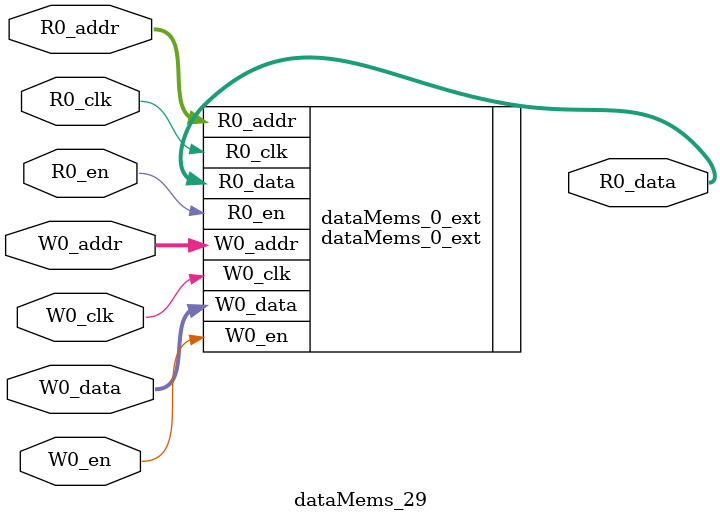
<source format=sv>
`ifndef RANDOMIZE
  `ifdef RANDOMIZE_REG_INIT
    `define RANDOMIZE
  `endif // RANDOMIZE_REG_INIT
`endif // not def RANDOMIZE
`ifndef RANDOMIZE
  `ifdef RANDOMIZE_MEM_INIT
    `define RANDOMIZE
  `endif // RANDOMIZE_MEM_INIT
`endif // not def RANDOMIZE

`ifndef RANDOM
  `define RANDOM $random
`endif // not def RANDOM

// Users can define 'PRINTF_COND' to add an extra gate to prints.
`ifndef PRINTF_COND_
  `ifdef PRINTF_COND
    `define PRINTF_COND_ (`PRINTF_COND)
  `else  // PRINTF_COND
    `define PRINTF_COND_ 1
  `endif // PRINTF_COND
`endif // not def PRINTF_COND_

// Users can define 'ASSERT_VERBOSE_COND' to add an extra gate to assert error printing.
`ifndef ASSERT_VERBOSE_COND_
  `ifdef ASSERT_VERBOSE_COND
    `define ASSERT_VERBOSE_COND_ (`ASSERT_VERBOSE_COND)
  `else  // ASSERT_VERBOSE_COND
    `define ASSERT_VERBOSE_COND_ 1
  `endif // ASSERT_VERBOSE_COND
`endif // not def ASSERT_VERBOSE_COND_

// Users can define 'STOP_COND' to add an extra gate to stop conditions.
`ifndef STOP_COND_
  `ifdef STOP_COND
    `define STOP_COND_ (`STOP_COND)
  `else  // STOP_COND
    `define STOP_COND_ 1
  `endif // STOP_COND
`endif // not def STOP_COND_

// Users can define INIT_RANDOM as general code that gets injected into the
// initializer block for modules with registers.
`ifndef INIT_RANDOM
  `define INIT_RANDOM
`endif // not def INIT_RANDOM

// If using random initialization, you can also define RANDOMIZE_DELAY to
// customize the delay used, otherwise 0.002 is used.
`ifndef RANDOMIZE_DELAY
  `define RANDOMIZE_DELAY 0.002
`endif // not def RANDOMIZE_DELAY

// Define INIT_RANDOM_PROLOG_ for use in our modules below.
`ifndef INIT_RANDOM_PROLOG_
  `ifdef RANDOMIZE
    `ifdef VERILATOR
      `define INIT_RANDOM_PROLOG_ `INIT_RANDOM
    `else  // VERILATOR
      `define INIT_RANDOM_PROLOG_ `INIT_RANDOM #`RANDOMIZE_DELAY begin end
    `endif // VERILATOR
  `else  // RANDOMIZE
    `define INIT_RANDOM_PROLOG_
  `endif // RANDOMIZE
`endif // not def INIT_RANDOM_PROLOG_

// Include register initializers in init blocks unless synthesis is set
`ifndef SYNTHESIS
  `ifndef ENABLE_INITIAL_REG_
    `define ENABLE_INITIAL_REG_
  `endif // not def ENABLE_INITIAL_REG_
`endif // not def SYNTHESIS

// Include rmemory initializers in init blocks unless synthesis is set
`ifndef SYNTHESIS
  `ifndef ENABLE_INITIAL_MEM_
    `define ENABLE_INITIAL_MEM_
  `endif // not def ENABLE_INITIAL_MEM_
`endif // not def SYNTHESIS

module dataMems_29(	// @[generators/ara/src/main/scala/UnsafeAXI4ToTL.scala:365:62]
  input  [4:0]   R0_addr,
  input          R0_en,
  input          R0_clk,
  output [130:0] R0_data,
  input  [4:0]   W0_addr,
  input          W0_en,
  input          W0_clk,
  input  [130:0] W0_data
);

  dataMems_0_ext dataMems_0_ext (	// @[generators/ara/src/main/scala/UnsafeAXI4ToTL.scala:365:62]
    .R0_addr (R0_addr),
    .R0_en   (R0_en),
    .R0_clk  (R0_clk),
    .R0_data (R0_data),
    .W0_addr (W0_addr),
    .W0_en   (W0_en),
    .W0_clk  (W0_clk),
    .W0_data (W0_data)
  );
endmodule


</source>
